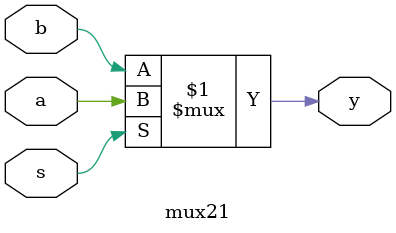
<source format=v>
module mux21(
    input a,
    input b,
    input s,
    output y
);

    assign y = (s)? a:b;

endmodule

</source>
